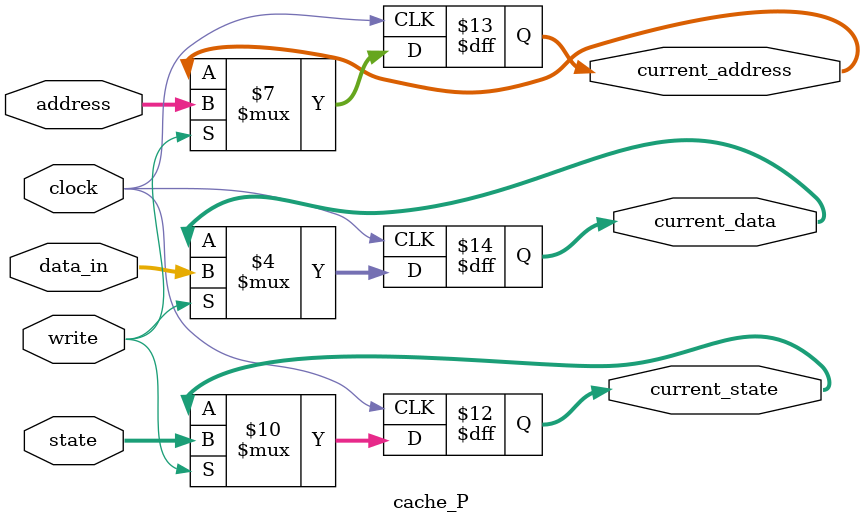
<source format=v>
module cache_P(
	clock,
	write,
	state,
	address,
	data_in,
	current_state,
	current_address,
	current_data
);
	input clock;
	input write;
	input [1:0] state;
	input [2:0] address;
	input [3:0] data_in;
	
	output reg [1:0] current_state;
	output reg [2:0] current_address;
	output reg [3:0] current_data;
	
	initial begin
		current_state = 2'b00; // Invalid
		current_address = 3'b000;
		current_data = 4'b0000;
	end
	
	always @(posedge clock)
	begin		
		if(write)
		begin
			current_state = state;
			current_address = address;
			current_data = data_in;
		end
	end

endmodule
</source>
